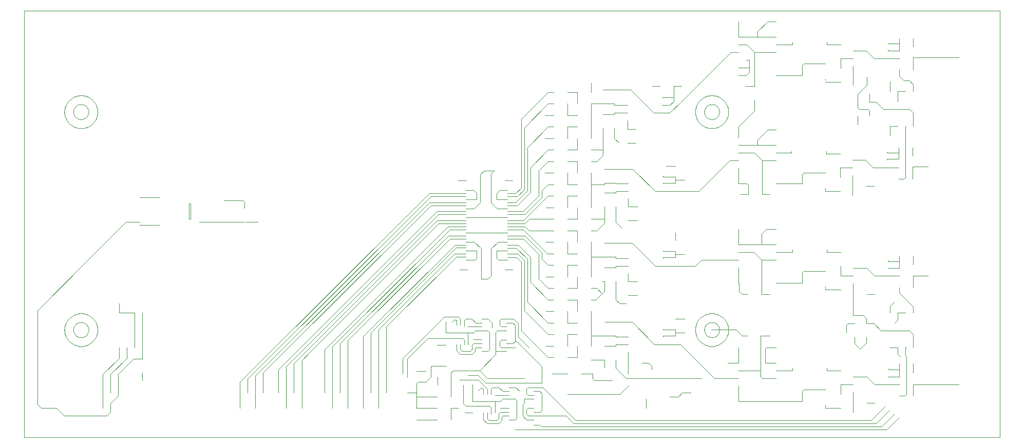
<source format=gtl>
*%FSLAX23Y23*%
*%MOIN*%
G01*
D11*
X13138Y6611D02*
Y9386D01*
X6806D02*
Y6611D01*
Y9386D02*
X13138D01*
Y6611D02*
X6806D01*
D14*
X11186Y8211D02*
X11386Y8411D01*
X11071Y8796D02*
X11391Y9116D01*
X11546Y8736D02*
X11441Y8631D01*
X11066Y7216D02*
X11286Y6996D01*
X9485Y8080D02*
X8456Y7050D01*
X10031Y7306D02*
X10206Y7131D01*
Y7281D02*
X10051Y7436D01*
X10071Y7491D02*
X10206Y7356D01*
Y7506D02*
X10091Y7621D01*
X10756Y8356D02*
X10901Y8211D01*
X10751Y7876D02*
X10901Y7726D01*
X10751Y7361D02*
X10896Y7216D01*
X10891Y8721D02*
X10741Y8871D01*
X10056Y7921D02*
X10166Y7811D01*
X10201Y7806D02*
X10046Y7961D01*
X10171Y6936D02*
X10366Y6741D01*
X9531Y7396D02*
X9261Y7126D01*
X9291Y7121D02*
X9426Y7256D01*
X9433Y8198D02*
X8206Y6971D01*
X8256Y6991D02*
X9443Y8178D01*
X9434Y8139D02*
X8306Y7011D01*
X8356Y7031D02*
X9444Y8119D01*
X9496Y8001D02*
X8656Y7161D01*
X8605Y7140D02*
X9486Y8021D01*
X9495Y8060D02*
X8556Y7121D01*
X8756Y7181D02*
X9556Y7981D01*
X9567Y7962D02*
X8806Y7201D01*
X8856Y7221D02*
X9557Y7922D01*
X9568Y7903D02*
X8906Y7241D01*
X9005Y7267D02*
X9601Y7863D01*
X9609Y7844D02*
X9056Y7291D01*
X9106Y7311D02*
X9599Y7804D01*
X9610Y7785D02*
X9156Y7331D01*
X10056Y8061D02*
X10166Y8171D01*
X10206Y8181D02*
X10046Y8021D01*
X10091Y8366D02*
X10206Y8481D01*
X10071Y8496D02*
X10206Y8631D01*
Y8781D02*
X10051Y8626D01*
X10031Y8681D02*
X10206Y8856D01*
X7421Y7126D02*
X7316Y7021D01*
X7366D02*
X7471Y7126D01*
X10111Y6691D02*
X10151D01*
X10036Y6661D02*
X9991D01*
X10036D02*
X10176D01*
X10011D02*
X9991D01*
X9876Y6721D02*
X9821D01*
X9911Y6751D02*
X9951D01*
X9886Y6701D02*
X9811D01*
X10076Y6751D02*
X10321D01*
X10331Y6681D02*
X10161D01*
X10176Y6661D02*
X10346D01*
X12406D01*
X12371Y6681D02*
X10331D01*
X10371Y6701D02*
X12336D01*
X12301Y6721D02*
X10386D01*
X11441Y6846D02*
X11856D01*
X9676Y6816D02*
X9671D01*
X12486Y6881D02*
X12521D01*
X12326Y6836D02*
X12276D01*
X12106Y6801D02*
X12006D01*
X9826Y6816D02*
X9676D01*
X9896Y6776D02*
X9951D01*
X12326Y6956D02*
X12411D01*
X12186D02*
X12106D01*
X10111Y6801D02*
X10076D01*
Y6886D02*
X10111D01*
X10076Y6936D02*
X10171D01*
X9951Y6886D02*
X9861D01*
X9846Y6936D02*
X9886D01*
X9911Y6911D02*
X9951D01*
X12016Y7046D02*
X12106D01*
X11791D02*
X11686D01*
X11441Y6996D02*
X11286D01*
X9751Y6986D02*
X9631D01*
X9636Y7151D02*
X9711D01*
X10206Y7131D02*
X10241D01*
X10331D02*
X10396D01*
X12411Y7056D02*
X12426D01*
X12411Y7006D02*
X12486D01*
X12276D02*
X12186D01*
X12431Y7051D02*
X12486D01*
X7571Y7011D02*
X7566D01*
X11626Y7196D02*
X11686D01*
X9501Y7256D02*
X9426D01*
X9901Y7196D02*
X9991D01*
X9936Y7331D02*
X9901D01*
X9776D02*
X9686D01*
X10191Y7206D02*
X10241D01*
X11006Y7216D02*
X11066D01*
X10241Y7281D02*
X10206D01*
X10331D02*
X10396D01*
X10646Y7266D02*
X10726D01*
X10646Y7271D02*
X10486D01*
X10896Y7216D02*
X10951D01*
Y7311D02*
X11031D01*
Y7271D02*
X10951D01*
X10726Y7216D02*
X10646D01*
Y7206D02*
X10571D01*
X12526Y7196D02*
X12531D01*
X11006Y7216D02*
X10951D01*
X12426Y7196D02*
X12476D01*
X9651Y7256D02*
X9501D01*
X9901Y7246D02*
X9936D01*
X9776Y7221D02*
X9721D01*
X9736Y7196D02*
X9776D01*
X9701Y7171D02*
X9646D01*
X9902Y7382D02*
X9936D01*
X9621Y7396D02*
X9531D01*
X9926Y7381D02*
X9981D01*
X10191Y7431D02*
X10241D01*
X10726Y7536D02*
X10786D01*
X10241Y7356D02*
X10206D01*
Y7506D02*
X10241D01*
X10331D02*
X10396D01*
Y7356D02*
X10331D01*
X10576Y7361D02*
X10751D01*
X12476Y7421D02*
X12526D01*
X9711Y7381D02*
X9671D01*
X9736Y7356D02*
X9776D01*
X7521Y7421D02*
X7421D01*
X11686Y7616D02*
X11856D01*
X11446D02*
X11441D01*
X10241Y7656D02*
X10191D01*
X12006Y7571D02*
X12106D01*
X12411Y7711D02*
X12486D01*
X10241Y7581D02*
X10206D01*
Y7731D02*
X10241D01*
X10331D02*
X10396D01*
Y7581D02*
X10331D01*
X10901Y7726D02*
X10951D01*
X10726D02*
X10646D01*
Y7716D02*
X10571D01*
X12186Y7711D02*
X12276D01*
X12326Y7661D02*
X12411D01*
X12186D02*
X12106D01*
X11161Y7726D02*
X10951D01*
X12016Y7816D02*
X12106D01*
X11791D02*
X11686D01*
X11441Y7766D02*
X11201D01*
X9670Y7922D02*
X9557D01*
X9568Y7903D02*
X9670D01*
X9671Y7863D02*
X9601D01*
X9609Y7844D02*
X9671D01*
Y7804D02*
X9599D01*
X10191Y7881D02*
X10241D01*
X9942Y7765D02*
X9881D01*
X12416Y7756D02*
X12486D01*
X10008Y7804D02*
X9941D01*
X9942Y7783D02*
X9999D01*
Y7843D02*
X9942D01*
Y7863D02*
X10009D01*
X10331Y7806D02*
X10396D01*
X10486Y7786D02*
X10646D01*
Y7776D02*
X10726D01*
X10751Y7876D02*
X10571D01*
X10951Y7781D02*
X11031D01*
Y7821D02*
X10951D01*
X10056Y7921D02*
X9941D01*
Y7901D02*
X10046D01*
X10201Y7806D02*
X10241D01*
X9731Y7765D02*
X9670D01*
X9671Y7785D02*
X9610D01*
X11621Y7966D02*
X11686D01*
X9670Y8119D02*
X9444D01*
X9496Y8001D02*
X9670D01*
Y8021D02*
X9486D01*
X9495Y8060D02*
X9670D01*
Y8080D02*
X9485D01*
X9556Y7981D02*
X9670D01*
Y7962D02*
X9567D01*
X10081Y7956D02*
X10241D01*
X10056Y7981D02*
X9941D01*
Y8001D02*
X10056D01*
X10086Y8031D02*
X10241D01*
X10046Y8081D02*
X9941D01*
Y8061D02*
X10056D01*
X10046Y8021D02*
X9941D01*
X9942Y8119D02*
X10006D01*
X10331Y8031D02*
X10396D01*
Y7956D02*
X10331D01*
X10046Y7961D02*
X9941D01*
X11441Y8261D02*
X11496D01*
X11186Y8211D02*
X11161D01*
X11686Y8261D02*
X11856D01*
X9670Y8198D02*
X9433D01*
X9443Y8178D02*
X9670D01*
Y8139D02*
X9434D01*
X12481Y8291D02*
X12516D01*
X9942Y8218D02*
X9891D01*
X12006Y8211D02*
X12101D01*
X10241Y8256D02*
X10206D01*
Y8181D02*
X10241D01*
X9996Y8139D02*
X9942D01*
Y8178D02*
X10006D01*
X9996Y8198D02*
X9942D01*
X10331Y8256D02*
X10396D01*
Y8181D02*
X10331D01*
X10486Y8256D02*
X10571D01*
Y8266D02*
X10646D01*
Y8261D02*
X10726D01*
X10901Y8211D02*
X10951D01*
X10726D02*
X10646D01*
Y8201D02*
X10571D01*
X10951Y8211D02*
X11096D01*
X11161D01*
X9721Y8218D02*
X9670D01*
X11686Y8461D02*
X11786D01*
X12011Y8456D02*
X12101D01*
X11441Y8411D02*
X11386D01*
X12316Y8366D02*
X12481D01*
X10241Y8331D02*
X10186D01*
X10206Y8406D02*
X10241D01*
Y8481D02*
X10206D01*
X10331D02*
X10396D01*
Y8406D02*
X10331D01*
X10571Y8356D02*
X10756D01*
X12101Y8366D02*
X12181D01*
Y8416D02*
X12236D01*
X12256D01*
X12266D01*
X12406Y8461D02*
X12481D01*
Y8421D02*
X12406D01*
X11686Y8611D02*
X11631D01*
X10241Y8631D02*
X10206D01*
X10331Y8706D02*
X10396D01*
Y8631D02*
X10331D01*
X10561Y8711D02*
X10636D01*
X12426Y8636D02*
X12476D01*
X10241Y8856D02*
X10206D01*
Y8781D02*
X10241D01*
X10331Y8856D02*
X10396D01*
X10561Y8871D02*
X10736D01*
X10741D01*
X10891Y8721D02*
X10946D01*
X10721Y8771D02*
X10636D01*
Y8781D02*
X10561D01*
X10636Y8721D02*
X10721D01*
X10561Y8781D02*
X10486D01*
X10946Y8721D02*
X10996D01*
X12476Y8861D02*
X12526D01*
X11511Y9016D02*
X11441D01*
X11491Y9066D02*
X11511D01*
X11491Y8966D02*
X11441D01*
X12516Y8931D02*
X12551D01*
X12106Y8921D02*
X12006D01*
X12106Y9076D02*
X12186D01*
X12321D02*
X12411D01*
X11791Y9166D02*
X11686D01*
X12016D02*
X12106D01*
X11441Y9116D02*
X11391D01*
X12411Y9171D02*
X12486D01*
X12271Y9126D02*
X12186D01*
X12411D02*
X12486D01*
X11686Y9316D02*
X11631D01*
X7421Y7196D02*
Y7126D01*
Y7421D02*
Y7481D01*
X7316Y7021D02*
Y6801D01*
X7366Y6901D02*
Y7021D01*
X7571Y7011D02*
Y7031D01*
X7521Y7196D02*
Y7421D01*
Y7311D02*
Y7196D01*
X7571Y7031D02*
Y6981D01*
X7471Y7126D02*
Y7196D01*
X8206Y6971D02*
Y6801D01*
X8256Y6901D02*
Y6991D01*
X8306Y7011D02*
Y6801D01*
X8356Y6901D02*
Y7031D01*
X8506Y7071D02*
Y6801D01*
X8556Y6902D02*
Y7091D01*
X8456Y7050D02*
Y6903D01*
X8506Y7071D02*
X8556Y7121D01*
Y7091D02*
X8605Y7140D01*
X8607Y7112D02*
Y6801D01*
X8756Y6901D02*
Y7181D01*
X8656Y7161D02*
X8607Y7112D01*
X8806Y7201D02*
Y6801D01*
X8856Y6901D02*
Y7221D01*
X8906Y7241D02*
Y6801D01*
X9005D02*
Y7267D01*
X9056Y7291D02*
Y6901D01*
X9106Y6801D02*
Y7311D01*
X9156Y7331D02*
Y6901D01*
X9291Y7001D02*
Y7121D01*
X9261Y7126D02*
Y7026D01*
X9356Y6726D02*
X9351Y6721D01*
X9656Y6831D02*
Y6951D01*
X9636Y7341D02*
Y7381D01*
X9741Y8158D02*
Y8198D01*
Y7824D02*
Y7775D01*
X9611Y7216D02*
Y7176D01*
X9661Y7216D02*
Y7246D01*
X9731Y7191D02*
Y7176D01*
Y7171D01*
X9711Y7181D02*
Y7211D01*
X9661Y7336D02*
Y7371D01*
X9636Y7216D02*
Y7181D01*
X9656Y6831D02*
X9671Y6816D01*
X9636Y7381D02*
X9621Y7396D01*
X9751Y6986D02*
X9811Y6926D01*
X9741Y8198D02*
X9721Y8218D01*
X9611Y7176D02*
X9636Y7151D01*
X9661Y7246D02*
X9651Y7256D01*
X9736Y7356D02*
X9711Y7381D01*
X9636Y7181D02*
X9646Y7171D01*
X9731Y7765D02*
X9741Y7775D01*
X9736Y7196D02*
X9731Y7191D01*
X9711Y7211D02*
X9721Y7221D01*
X9731Y7171D02*
X9711Y7151D01*
X9661Y7371D02*
X9671Y7381D01*
X9711Y7181D02*
X9701Y7171D01*
X9871Y8158D02*
Y8198D01*
Y7824D02*
Y7775D01*
X9811Y6771D02*
Y6731D01*
X9786Y6726D02*
Y6771D01*
X9811Y6891D02*
Y6926D01*
X9836Y6806D02*
Y6766D01*
Y6891D02*
Y6926D01*
X9886Y6766D02*
Y6731D01*
X9906Y6726D02*
Y6746D01*
Y6726D02*
Y6721D01*
X9891Y7206D02*
Y7236D01*
Y7341D02*
Y7371D01*
X9881Y7765D02*
X9871Y7775D01*
X9811Y6731D02*
X9821Y6721D01*
X9811Y6701D02*
X9786Y6726D01*
X9836Y6806D02*
X9826Y6816D01*
X9911Y6911D02*
X9886Y6936D01*
X9901Y7196D02*
X9891Y7206D01*
X9901Y7331D02*
X9891Y7341D01*
X9871Y8198D02*
X9891Y8218D01*
X9846Y6936D02*
X9836Y6926D01*
X9886Y6731D02*
X9876Y6721D01*
X9886Y6766D02*
X9896Y6776D01*
X9911Y6751D02*
X9906Y6746D01*
Y6721D02*
X9886Y6701D01*
X9891Y7236D02*
X9901Y7246D01*
X9891Y7371D02*
X9901Y7381D01*
X10011Y7351D02*
Y7266D01*
X10031Y7306D02*
Y7751D01*
X10051Y7761D02*
Y7436D01*
X10071Y7491D02*
Y7771D01*
X10091Y7781D02*
Y7621D01*
X10146Y8341D02*
Y8346D01*
Y8341D02*
Y8181D01*
X10166Y8171D02*
Y8216D01*
X10091Y8204D02*
Y8366D01*
X10071Y8371D02*
Y8214D01*
X10051Y8223D02*
Y8376D01*
X10031Y8386D02*
Y8233D01*
X10071Y8371D02*
Y8496D01*
X10051Y8376D02*
Y8626D01*
X10031Y8681D02*
Y8386D01*
X10146Y7801D02*
Y7641D01*
X10166Y7771D02*
Y7811D01*
X10066Y6791D02*
Y6761D01*
Y6896D02*
Y6926D01*
X10011Y7351D02*
X9981Y7381D01*
X10011Y7266D02*
X10081Y7196D01*
X10151Y6691D02*
X10161Y6681D01*
X10051Y7761D02*
X10008Y7804D01*
X9999Y7783D02*
X10001Y7781D01*
X10031Y7751D01*
X10071Y7771D02*
X9999Y7843D01*
X10011Y7861D02*
X10009Y7863D01*
X10011Y7861D02*
X10091Y7781D01*
X10146Y7641D02*
X10206Y7581D01*
Y7731D02*
X10166Y7771D01*
X10081Y7956D02*
X10056Y7981D01*
X10046Y7901D02*
X10146Y7801D01*
X10066Y6761D02*
X10076Y6751D01*
Y6886D02*
X10066Y6896D01*
X10056Y8001D02*
X10086Y8031D01*
X10146Y8346D02*
X10206Y8406D01*
X10146Y8181D02*
X10046Y8081D01*
X10166Y8216D02*
X10206Y8256D01*
X10091Y8204D02*
X10006Y8119D01*
X9996Y8139D02*
X10071Y8214D01*
X10051Y8223D02*
X10006Y8178D01*
X9996Y8198D02*
X10031Y8233D01*
X10076Y6801D02*
X10066Y6791D01*
Y6926D02*
X10076Y6936D01*
X10331Y8706D02*
Y8781D01*
Y8631D02*
Y8556D01*
Y8331D02*
Y8256D01*
Y8181D02*
Y8106D01*
Y7881D02*
Y7806D01*
Y7731D02*
Y7656D01*
Y7431D02*
Y7356D01*
Y7281D02*
Y7206D01*
X10321Y6751D02*
X10351Y6721D01*
X10371Y6701D01*
X10486Y8856D02*
Y8916D01*
X10396Y8856D02*
Y8781D01*
Y8556D02*
Y8481D01*
Y8406D02*
Y8331D01*
Y8106D02*
Y8031D01*
Y7956D02*
Y7881D01*
Y7656D02*
Y7581D01*
Y7506D02*
Y7431D01*
Y7206D02*
Y7131D01*
X10486Y8106D02*
Y8331D01*
Y7881D02*
Y7656D01*
Y7786D02*
Y7806D01*
Y7281D02*
Y7271D01*
Y8556D02*
Y8781D01*
Y7431D02*
Y7206D01*
X10366Y6741D02*
X10386Y6721D01*
X10571Y8256D02*
Y8266D01*
X10726Y8166D02*
Y8111D01*
X10646Y8201D02*
Y8211D01*
Y7786D02*
Y7776D01*
X10726Y7676D02*
Y7626D01*
X10646Y7716D02*
Y7726D01*
Y7271D02*
Y7266D01*
Y7216D02*
Y7206D01*
X10636Y8771D02*
Y8781D01*
Y8721D02*
Y8711D01*
X10951Y7781D02*
Y7776D01*
Y7821D02*
Y7826D01*
Y7316D02*
Y7311D01*
Y7271D02*
Y7266D01*
X11031Y7781D02*
Y7821D01*
Y7311D02*
Y7271D01*
X10996Y8721D02*
X11071Y8796D01*
X11201Y7766D02*
X11161Y7726D01*
X11441Y8261D02*
Y8361D01*
X11506Y8251D02*
Y8191D01*
X11511Y8986D02*
Y9066D01*
X11441Y9216D02*
Y9316D01*
Y8631D02*
Y8561D01*
X11446Y7616D02*
Y7561D01*
X11441Y7616D02*
Y7716D01*
Y6946D02*
Y6846D01*
Y7096D02*
Y7196D01*
X11506Y8251D02*
X11496Y8261D01*
X11491Y8966D02*
X11511Y8986D01*
X11566Y8546D02*
Y8511D01*
X11591Y7936D02*
Y7866D01*
X11616Y7186D02*
Y7096D01*
X11546Y8736D02*
Y8806D01*
X11566Y9216D02*
Y9251D01*
X11631Y8611D02*
X11566Y8546D01*
X11621Y7966D02*
X11591Y7936D01*
X11626Y7196D02*
X11616Y7186D01*
X11566Y9251D02*
X11631Y9316D01*
X11791Y9181D02*
Y9166D01*
X11786Y8471D02*
Y8461D01*
X11791Y7831D02*
Y7816D01*
Y7061D02*
Y7046D01*
X11856Y8261D02*
Y8281D01*
Y7641D02*
Y7616D01*
Y6871D02*
Y6846D01*
X12016Y9166D02*
Y9181D01*
X12011Y8471D02*
Y8456D01*
X12016Y7831D02*
Y7816D01*
Y7061D02*
Y7046D01*
X12006Y8936D02*
Y8941D01*
Y8231D02*
Y8211D01*
Y7591D02*
Y7571D01*
Y6821D02*
Y6801D01*
X12106Y9011D02*
Y9076D01*
X12101Y8366D02*
Y8301D01*
X12106Y7726D02*
Y7661D01*
Y6956D02*
Y6891D01*
X12186Y7541D02*
Y7611D01*
Y8951D02*
Y9026D01*
X12266Y8416D02*
X12316Y8366D01*
X12321Y9076D02*
X12271Y9126D01*
X12276Y7711D02*
X12326Y7661D01*
X12276Y7006D02*
X12326Y6956D01*
X12396Y6816D02*
X12301Y6721D01*
X12486Y7551D02*
Y7586D01*
Y8961D02*
Y9001D01*
X12426Y8636D02*
Y8576D01*
X12411Y9126D02*
Y9131D01*
X12486D02*
Y9171D01*
X12411D02*
Y9176D01*
X12406Y8421D02*
Y8416D01*
Y8461D02*
Y8466D01*
X12486Y7756D02*
Y7711D01*
Y7051D02*
Y7006D01*
X12476Y8796D02*
Y8861D01*
Y7421D02*
Y7376D01*
Y7196D02*
Y7151D01*
X12481Y8421D02*
Y8461D01*
X12486Y9126D02*
Y9151D01*
Y7551D02*
X12576Y7461D01*
X12516Y8931D02*
X12486Y8961D01*
X12411Y7761D02*
X12416Y7756D01*
X12426Y7056D02*
X12431Y7051D01*
X12491Y7136D02*
X12476Y7151D01*
X12516Y8291D02*
X12526Y8301D01*
X12476Y7376D02*
X12456Y7356D01*
X12486Y6741D02*
X12406Y6661D01*
X12371Y6681D02*
X12456Y6766D01*
X12426Y6791D02*
X12336Y6701D01*
X12531Y6891D02*
Y7136D01*
X12526Y7141D02*
Y7196D01*
X12576Y6956D02*
Y6881D01*
Y7421D02*
Y7461D01*
Y7586D02*
Y7661D01*
X12526Y8301D02*
Y8636D01*
X12571Y8366D02*
Y8291D01*
X12576Y8861D02*
Y8906D01*
Y9001D02*
Y9081D01*
X12526Y7141D02*
X12531Y7136D01*
X12576Y8906D02*
X12551Y8931D01*
X12531Y6891D02*
X12521Y6881D01*
X12571Y8366D02*
X12576Y8371D01*
D15*
X9421Y6726D02*
X9356D01*
X9421D02*
X9486D01*
X9666Y6771D02*
X9716D01*
X9951Y6936D02*
X9996D01*
X9778Y6932D02*
X9767D01*
X9894Y6803D02*
X9951D01*
X11866Y6921D02*
X11931D01*
X12006D01*
X11131Y6901D02*
X11076D01*
X11051Y6876D02*
X10996D01*
X10621Y6981D02*
X10506D01*
X10496Y7026D02*
X10421D01*
X11616Y7096D02*
X11686D01*
X11441D02*
X11371D01*
X9411Y7041D02*
X9351D01*
X10486Y7116D02*
X10571D01*
X10816Y7096D02*
X10859D01*
X11266Y7311D02*
X11426D01*
X11466Y7271D02*
X11501D01*
X9541Y7211D02*
X9486D01*
X9721Y7248D02*
X9776D01*
X12276Y7541D02*
X12326D01*
X11501D02*
X11466D01*
X11091Y7381D02*
X11031D01*
X10516Y7506D02*
X10486D01*
X9606Y7376D02*
X9596D01*
X9776Y7381D02*
X9816D01*
X9926Y7701D02*
X9976D01*
X11866Y7691D02*
X11931D01*
X12006D01*
X10521Y7581D02*
X10486D01*
X10556Y7626D02*
X10571D01*
X9816Y7641D02*
X9771D01*
X9681Y7701D02*
X9631D01*
X11441Y7866D02*
X11686D01*
X9942Y7824D02*
X9871D01*
X9881Y7883D02*
X9942D01*
X9741Y7824D02*
X9670D01*
Y7883D02*
X9726D01*
X10726Y8021D02*
X10786D01*
X10241Y8106D02*
X10191D01*
X9941Y8041D02*
X9671D01*
Y7941D02*
X9941D01*
X10486Y7956D02*
X10521D01*
X10486Y8031D02*
X10571D01*
X9942Y8099D02*
X9876D01*
X9726D02*
X9670D01*
X11456Y8191D02*
X11506D01*
X9676Y8281D02*
X9621D01*
X7681Y8171D02*
X7556D01*
X9871Y8158D02*
X9941D01*
X12271Y8246D02*
X12321D01*
X9976Y8281D02*
X9926D01*
X9741Y8158D02*
X9670D01*
X8171Y8151D02*
X8101D01*
X8171D02*
X8226D01*
X11441Y8511D02*
X11686D01*
X11031Y8375D02*
X10971D01*
X11866Y8331D02*
X12006D01*
X10521Y8406D02*
X10486D01*
Y8481D02*
X10561D01*
X9856Y8346D02*
X9791D01*
X10186Y8556D02*
X10241D01*
Y8706D02*
X10186D01*
X10721Y8526D02*
X10776D01*
X10881Y8896D02*
X10931D01*
X12226Y8746D02*
X12281D01*
X11856Y8966D02*
X11686D01*
X11866Y9041D02*
X12006D01*
X11686Y9216D02*
X11441D01*
X8236Y8141D02*
Y8101D01*
Y8141D02*
X8226Y8151D01*
X9487Y7006D02*
Y6951D01*
X9581Y7361D02*
X9596Y7376D01*
X9771Y7641D02*
Y7838D01*
X9766Y8139D02*
Y8321D01*
X9611Y7371D02*
Y7341D01*
X9771Y7838D02*
X9726Y7883D01*
X9606Y7376D02*
X9611Y7371D01*
X9767Y6932D02*
X9751Y6916D01*
X9766Y8321D02*
X9791Y8346D01*
X9766Y8139D02*
X9726Y8099D01*
X9784Y6926D02*
Y6893D01*
X9836Y7661D02*
Y7838D01*
Y8139D02*
Y8326D01*
X9841Y7356D02*
Y7326D01*
X9778Y6932D02*
X9784Y6926D01*
X9876Y8099D02*
X9836Y8139D01*
X9816Y7381D02*
X9841Y7356D01*
X9836Y8326D02*
X9856Y8346D01*
X9881Y7883D02*
X9836Y7838D01*
Y7661D02*
X9816Y7641D01*
X9996Y6936D02*
X10021Y6911D01*
X10496Y6991D02*
Y7026D01*
X10486Y8856D02*
Y8916D01*
X10496Y6991D02*
X10506Y6981D01*
X10556Y7546D02*
X10521Y7581D01*
Y8406D02*
X10561Y8446D01*
X10571Y8006D02*
X10521Y7956D01*
X10571Y7561D02*
X10556Y7546D01*
X10516Y7506D01*
X10561Y8446D02*
Y8481D01*
Y8621D01*
X10571Y8031D02*
Y8006D01*
Y8031D02*
Y8111D01*
Y7116D02*
Y7066D01*
Y7561D02*
Y7626D01*
X10879Y7076D02*
Y7051D01*
Y7076D02*
X10859Y7096D01*
X11031Y7891D02*
Y7941D01*
X11076Y6901D02*
X11051Y6876D01*
X11441Y7866D02*
Y7966D01*
X11446Y7561D02*
X11466Y7541D01*
X11426Y7311D02*
X11466Y7271D01*
X11546Y8756D02*
Y8806D01*
X11856Y8966D02*
Y8991D01*
Y9031D01*
Y8321D02*
Y8281D01*
Y7681D02*
Y7641D01*
Y6911D02*
Y6871D01*
Y6896D01*
Y9031D02*
X11866Y9041D01*
Y8331D02*
X11856Y8321D01*
X11866Y7691D02*
X11856Y7681D01*
X11866Y6921D02*
X11856Y6911D01*
X12216Y8791D02*
Y8841D01*
X12276Y8901D02*
Y8956D01*
X12216Y8791D02*
Y8756D01*
X12291Y8736D02*
Y8701D01*
X12196Y7261D02*
Y7221D01*
X12271Y7226D02*
Y7261D01*
X12226Y8746D02*
X12216Y8756D01*
X12281Y8746D02*
X12291Y8736D01*
X12196Y7221D02*
X12231Y7186D01*
X12216Y8841D02*
X12276Y8901D01*
X12271Y7226D02*
X12231Y7186D01*
X12576Y9151D02*
Y9206D01*
X12571Y8496D02*
Y8441D01*
X12576Y7791D02*
Y7736D01*
Y7091D02*
Y7031D01*
D16*
X10166Y7071D02*
X10001Y7236D01*
X9866Y7151D02*
X9761Y7046D01*
X9951Y6726D02*
X9991D01*
X10066D02*
X10111D01*
X7341Y6751D02*
X7066D01*
X9576Y6801D02*
X9626D01*
X9486Y6876D02*
X9351D01*
X9716Y6846D02*
X9896D01*
X9911Y6861D02*
X9991D01*
X10111Y6911D02*
X10151D01*
X10156Y6776D02*
X10111D01*
Y6861D02*
X10051D01*
X9486Y6801D02*
X9351D01*
X10711Y6996D02*
X10841D01*
X11441Y7046D02*
X11586D01*
X11596Y6996D02*
X11686D01*
X9751Y7016D02*
X9686D01*
X9761Y7046D02*
X9591D01*
X9541Y7076D02*
X9451D01*
X9541D02*
X9546D01*
X9811Y6996D02*
X10051D01*
X10166Y6966D02*
X9801D01*
X9411Y6971D02*
X9361D01*
X7571Y7121D02*
X7516D01*
X11586Y7271D02*
X11646D01*
X9891Y7171D02*
X9866D01*
X11031Y7291D02*
X11091D01*
X12366Y7306D02*
X12551D01*
X9721Y7291D02*
X9541D01*
X9736Y7306D02*
X9816D01*
X9876D02*
X9936D01*
Y7221D02*
X9976D01*
X9816Y7171D02*
X9776D01*
X9891D02*
X9936D01*
X9991Y7236D02*
X10001D01*
X11591Y7541D02*
X11646D01*
X10711Y7481D02*
X10671D01*
X12271Y7351D02*
X12321D01*
X12251Y7406D02*
X12186D01*
X12196Y7351D02*
X12151D01*
X9976Y7356D02*
X9936D01*
X10726Y7626D02*
X10786D01*
X11441Y7816D02*
X11541D01*
X11591Y7766D02*
X11686D01*
X11091Y7801D02*
X11031D01*
X10786Y8111D02*
X10726D01*
X11596Y8191D02*
X11646D01*
X11091Y8286D02*
X11031D01*
Y8306D02*
X10951D01*
Y8266D02*
X11031D01*
X11441Y8461D02*
X11546D01*
X11596Y8411D02*
X11686D01*
X10776Y8616D02*
X10721D01*
X11516Y8896D02*
X11546D01*
X11516D02*
X11486D01*
X11071D02*
X11021D01*
X12381Y8746D02*
X12551D01*
X12336Y8791D02*
X12291D01*
X11021Y8821D02*
X10946D01*
Y8771D02*
X10996D01*
X11441Y9166D02*
X11496D01*
X11546Y9116D02*
X11686D01*
X7066Y6751D02*
X7016Y6801D01*
X7366Y6776D02*
Y6831D01*
X7416Y6881D02*
Y7021D01*
X7366Y6776D02*
X7341Y6751D01*
X7366Y6831D02*
X7416Y6881D01*
Y7021D02*
X7516Y7121D01*
X7571D02*
Y7421D01*
X9351Y6811D02*
Y6806D01*
Y6801D01*
Y6811D02*
Y6901D01*
Y6961D01*
X9361Y6971D01*
X9541Y7291D02*
Y7361D01*
X9576Y7031D02*
Y6951D01*
Y6876D01*
Y6801D02*
Y6726D01*
X9446Y7006D02*
Y7071D01*
X9576Y7031D02*
X9591Y7046D01*
X9446Y7006D02*
X9411Y6971D01*
X9446Y7071D02*
X9451Y7076D01*
X9716Y6956D02*
Y6846D01*
X9686Y7216D02*
Y7291D01*
X9751Y7016D02*
X9801Y6966D01*
X9811Y6996D02*
X9761Y7046D01*
X9721Y7291D02*
X9726Y7296D01*
X9736Y7306D01*
X9866Y7171D02*
Y7151D01*
Y7171D02*
Y7276D01*
Y7296D01*
X9861Y6846D02*
Y6771D01*
X9826Y7181D02*
Y7296D01*
X9816Y7306D01*
X9866Y7296D02*
X9876Y7306D01*
X9901Y6851D02*
X9896Y6846D01*
X9901Y6851D02*
X9911Y6861D01*
X9816Y7171D02*
X9826Y7181D01*
X9991Y7236D02*
Y7341D01*
X10001Y6851D02*
Y6736D01*
X10041Y6751D02*
Y6826D01*
X10166Y6786D02*
Y6896D01*
X10051Y6861D02*
Y6836D01*
X10166Y6966D02*
Y7071D01*
X9991Y7341D02*
X9976Y7356D01*
X9991Y6861D02*
X10001Y6851D01*
X10041Y6751D02*
X10066Y6726D01*
X10166Y6896D02*
X10151Y6911D01*
X10001Y6736D02*
X9991Y6726D01*
X10041Y6826D02*
X10051Y6836D01*
X10156Y6776D02*
X10166Y6786D01*
X9976Y7221D02*
X9991Y7236D01*
X10646Y7116D02*
Y7061D01*
X10636Y8556D02*
Y8621D01*
X10646Y8111D02*
Y8011D01*
Y7626D02*
Y7506D01*
X10721Y8616D02*
Y8671D01*
X10726Y8161D02*
Y8111D01*
Y7676D02*
Y7626D01*
Y7166D02*
Y7026D01*
X10711Y6996D02*
X10646Y7061D01*
X10664Y8528D02*
X10636Y8556D01*
X10646Y8011D02*
X10686Y7971D01*
X10646Y7506D02*
X10671Y7481D01*
X10951Y8261D02*
Y8266D01*
Y8306D02*
Y8311D01*
X11031Y8306D02*
Y8266D01*
X11021Y8796D02*
Y8896D01*
Y8796D02*
X10996Y8771D01*
X11496Y9166D02*
X11546Y9116D01*
X11586Y7271D02*
Y7046D01*
Y7006D01*
X11591Y7541D02*
Y7766D01*
X11596Y8191D02*
Y8411D01*
X11546Y8896D02*
Y8946D01*
Y9116D01*
X11586Y7006D02*
X11596Y6996D01*
X11591Y7766D02*
X11541Y7816D01*
X11596Y8411D02*
X11546Y8461D01*
X12186Y8901D02*
Y9026D01*
X12216Y8701D02*
Y8646D01*
X12186Y6906D02*
Y6776D01*
X12271Y7351D02*
Y7386D01*
X12186Y7406D02*
Y7541D01*
X12181Y8186D02*
Y8316D01*
X12291Y8791D02*
Y8846D01*
X12141Y7341D02*
Y7291D01*
X12321Y7351D02*
X12366Y7306D01*
X12271Y7386D02*
X12251Y7406D01*
X12151Y7351D02*
X12141Y7341D01*
X12486Y9151D02*
Y9206D01*
X12481Y8496D02*
Y8441D01*
X12486Y7791D02*
Y7736D01*
X12426Y8861D02*
Y8926D01*
Y7466D02*
Y7421D01*
X12486Y7091D02*
Y7031D01*
X12381Y8746D02*
X12336Y8791D01*
X12456Y7496D02*
X12426Y7466D01*
X12576Y7241D02*
Y7196D01*
Y7241D02*
Y7281D01*
Y8636D02*
Y8721D01*
X12551Y7306D02*
X12576Y7281D01*
Y8721D02*
X12551Y8746D01*
D17*
X12576Y6956D02*
X12871D01*
X12486D02*
X12411D01*
X12576Y7661D02*
X12671D01*
X12486D02*
X12411D01*
X12406Y8366D02*
X12481D01*
X12576Y8371D02*
X12671D01*
X12486Y9076D02*
X12411D01*
X12576Y9081D02*
X12671D01*
X12576D02*
X12871D01*
D18*
X12426Y8636D02*
D03*
Y7196D02*
D03*
X7571Y7421D02*
D03*
D20*
X6916Y6801D02*
X6891Y6826D01*
X10671Y6891D02*
X10731Y6951D01*
X7466Y8011D02*
X7216Y7761D01*
X6891Y7436D01*
X6916Y6801D02*
X7016D01*
X10331Y6891D02*
X10671D01*
X9351Y6901D02*
X9291D01*
X10841Y6996D02*
X11201D01*
X10331Y7026D02*
X10231D01*
X7681Y7991D02*
X7626D01*
X7556D01*
X8246Y8011D02*
X8321D01*
X7556D02*
X7466D01*
X6891Y7281D02*
Y6826D01*
Y7281D02*
Y7436D01*
X10841Y6861D02*
Y6801D01*
X12576Y7091D02*
D03*
Y9206D02*
D03*
X12571Y8496D02*
D03*
X12576Y7791D02*
D03*
X12326Y7541D02*
D03*
Y6836D02*
D03*
X12456Y7496D02*
D03*
Y7356D02*
D03*
X12396Y6816D02*
D03*
X12426Y6791D02*
D03*
X12456Y6766D02*
D03*
X12486Y6741D02*
D03*
Y7091D02*
D03*
X12491Y7136D02*
D03*
X12481Y8496D02*
D03*
X12486Y7791D02*
D03*
X12426Y8576D02*
D03*
Y8926D02*
D03*
X12476Y8796D02*
D03*
X12486Y9206D02*
D03*
X12186Y8901D02*
D03*
X12231Y7186D02*
D03*
X12186Y7406D02*
D03*
X12141Y7291D02*
D03*
X12276Y8901D02*
D03*
X12321Y8246D02*
D03*
X12181Y8186D02*
D03*
X12291Y8846D02*
D03*
X12216Y8646D02*
D03*
X12186Y6776D02*
D03*
X11931Y9041D02*
D03*
Y7691D02*
D03*
Y6921D02*
D03*
Y8331D02*
D03*
X11591Y7867D02*
D03*
X11566Y9216D02*
D03*
X11546Y8756D02*
D03*
X11646Y7541D02*
D03*
X11566Y8511D02*
D03*
X11646Y8191D02*
D03*
Y7271D02*
D03*
X11616Y7096D02*
D03*
X11486Y8896D02*
D03*
X11446Y7561D02*
D03*
X11456Y8191D02*
D03*
X11371Y7096D02*
D03*
X11511Y9066D02*
D03*
X11201Y6996D02*
D03*
X11031Y7941D02*
D03*
X11091Y7381D02*
D03*
X11076Y6901D02*
D03*
X11091Y7291D02*
D03*
X11071Y8896D02*
D03*
X10971Y8375D02*
D03*
X11091Y8286D02*
D03*
Y7801D02*
D03*
X10786Y7536D02*
D03*
X10841Y6801D02*
D03*
X10786Y7626D02*
D03*
X10881Y8896D02*
D03*
X10776Y8526D02*
D03*
X10786Y8021D02*
D03*
X10776Y8616D02*
D03*
X10786Y8111D02*
D03*
X10879Y7051D02*
D03*
X10571Y8031D02*
D03*
Y7066D02*
D03*
X10711Y7481D02*
D03*
X10731Y6951D02*
D03*
X10726Y7026D02*
D03*
X10561Y8481D02*
D03*
X10664Y8528D02*
D03*
X10686Y7971D02*
D03*
X10556Y7546D02*
D03*
X10486Y8916D02*
D03*
X10421Y7026D02*
D03*
X10191Y7656D02*
D03*
Y7206D02*
D03*
Y7431D02*
D03*
X10231Y7026D02*
D03*
X10186Y8556D02*
D03*
X10191Y8106D02*
D03*
X10186Y8331D02*
D03*
X10191Y7881D02*
D03*
X10186Y8706D02*
D03*
X10081Y7196D02*
D03*
X10111Y6691D02*
D03*
X10021Y6911D02*
D03*
X9991Y6661D02*
D03*
Y7196D02*
D03*
X9976Y7701D02*
D03*
X10051Y6996D02*
D03*
X10166Y6966D02*
D03*
Y6861D02*
D03*
X10051D02*
D03*
X9976Y8281D02*
D03*
X9841Y7326D02*
D03*
X9894Y6803D02*
D03*
X9861Y8041D02*
D03*
X9806Y7941D02*
D03*
X9871Y8158D02*
D03*
Y7824D02*
D03*
X9856Y8346D02*
D03*
X9626Y6801D02*
D03*
X9686Y7016D02*
D03*
X9631Y6986D02*
D03*
X9656Y6951D02*
D03*
X9662Y6771D02*
D03*
X9751Y6916D02*
D03*
X9716Y6956D02*
D03*
X9721Y7248D02*
D03*
X9771Y7642D02*
D03*
X9631Y7701D02*
D03*
X9621Y8281D02*
D03*
X9741Y8158D02*
D03*
Y7824D02*
D03*
X9541Y7361D02*
D03*
X9411Y7041D02*
D03*
X9541Y7076D02*
D03*
X9581Y7361D02*
D03*
X9486Y7211D02*
D03*
X9487Y7006D02*
D03*
X9421Y6726D02*
D03*
X9291Y7001D02*
D03*
X9261Y7026D02*
D03*
X9291Y6901D02*
D03*
X8321Y8011D02*
D03*
X8171Y8151D02*
D03*
X7626Y8171D02*
D03*
X7571Y6981D02*
D03*
X7421Y7481D02*
D03*
D22*
X7941Y8011D02*
X8236D01*
D29*
X11160Y8727D02*
X11162D01*
X11160D02*
X11161Y8715D01*
X11163Y8702D01*
X11167Y8690D01*
X11172Y8679D01*
X11178Y8668D01*
X11186Y8658D01*
X11194Y8649D01*
X11204Y8641D01*
X11214Y8634D01*
X11225Y8628D01*
X11237Y8624D01*
X11249Y8621D01*
X11262Y8620D01*
X11274D01*
X11287Y8621D01*
X11299Y8624D01*
X11311Y8628D01*
X11322Y8634D01*
X11332Y8641D01*
X11342Y8649D01*
X11350Y8658D01*
X11358Y8668D01*
X11364Y8679D01*
X11369Y8690D01*
X11373Y8702D01*
X11375Y8715D01*
X11376Y8727D01*
X11376D01*
X11376D02*
X11375Y8739D01*
X11373Y8752D01*
X11369Y8764D01*
X11364Y8775D01*
X11358Y8786D01*
X11350Y8796D01*
X11342Y8805D01*
X11332Y8813D01*
X11322Y8820D01*
X11311Y8826D01*
X11299Y8830D01*
X11287Y8833D01*
X11274Y8834D01*
X11262D01*
X11249Y8833D01*
X11237Y8830D01*
X11225Y8826D01*
X11214Y8820D01*
X11204Y8813D01*
X11194Y8805D01*
X11186Y8796D01*
X11178Y8786D01*
X11172Y8775D01*
X11167Y8764D01*
X11163Y8752D01*
X11161Y8739D01*
X11160Y8727D01*
X11218D02*
X11220D01*
X11218D02*
X11220Y8717D01*
X11223Y8707D01*
X11228Y8698D01*
X11235Y8690D01*
X11243Y8684D01*
X11253Y8680D01*
X11263Y8678D01*
X11273D01*
X11283Y8680D01*
X11293Y8684D01*
X11301Y8690D01*
X11308Y8698D01*
X11313Y8707D01*
X11316Y8717D01*
X11318Y8727D01*
X11318D01*
X11318D02*
X11316Y8737D01*
X11313Y8747D01*
X11308Y8756D01*
X11301Y8764D01*
X11293Y8770D01*
X11283Y8774D01*
X11273Y8776D01*
X11263D01*
X11253Y8774D01*
X11243Y8770D01*
X11235Y8764D01*
X11228Y8756D01*
X11223Y8747D01*
X11220Y8737D01*
X11218Y8727D01*
X11268D02*
D03*
X11160Y7310D02*
X11162D01*
X11160D02*
X11161Y7298D01*
X11163Y7285D01*
X11167Y7273D01*
X11172Y7262D01*
X11178Y7251D01*
X11186Y7241D01*
X11194Y7232D01*
X11204Y7224D01*
X11214Y7217D01*
X11225Y7211D01*
X11237Y7207D01*
X11249Y7204D01*
X11262Y7203D01*
X11274D01*
X11287Y7204D01*
X11299Y7207D01*
X11311Y7211D01*
X11322Y7217D01*
X11332Y7224D01*
X11342Y7232D01*
X11350Y7241D01*
X11358Y7251D01*
X11364Y7262D01*
X11369Y7273D01*
X11373Y7285D01*
X11375Y7298D01*
X11376Y7310D01*
X11376D01*
X11376D02*
X11375Y7322D01*
X11373Y7335D01*
X11369Y7347D01*
X11364Y7358D01*
X11358Y7369D01*
X11350Y7379D01*
X11342Y7388D01*
X11332Y7396D01*
X11322Y7403D01*
X11311Y7409D01*
X11299Y7413D01*
X11287Y7416D01*
X11274Y7417D01*
X11262D01*
X11249Y7416D01*
X11237Y7413D01*
X11225Y7409D01*
X11214Y7403D01*
X11204Y7396D01*
X11194Y7388D01*
X11186Y7379D01*
X11178Y7369D01*
X11172Y7358D01*
X11167Y7347D01*
X11163Y7335D01*
X11161Y7322D01*
X11160Y7310D01*
X11218D02*
X11220D01*
X11218D02*
X11220Y7300D01*
X11223Y7290D01*
X11228Y7281D01*
X11235Y7273D01*
X11243Y7267D01*
X11253Y7263D01*
X11263Y7261D01*
X11273D01*
X11283Y7263D01*
X11293Y7267D01*
X11301Y7273D01*
X11308Y7281D01*
X11313Y7290D01*
X11316Y7300D01*
X11318Y7310D01*
X11318D01*
X11318D02*
X11316Y7320D01*
X11313Y7330D01*
X11308Y7339D01*
X11301Y7347D01*
X11293Y7353D01*
X11283Y7357D01*
X11273Y7359D01*
X11263D01*
X11253Y7357D01*
X11243Y7353D01*
X11235Y7347D01*
X11228Y7339D01*
X11223Y7330D01*
X11220Y7320D01*
X11218Y7310D01*
X11268D02*
D03*
X7066Y8727D02*
X7068D01*
X7066D02*
X7067Y8715D01*
X7069Y8702D01*
X7073Y8690D01*
X7078Y8679D01*
X7084Y8668D01*
X7092Y8658D01*
X7100Y8649D01*
X7110Y8641D01*
X7120Y8634D01*
X7131Y8628D01*
X7143Y8624D01*
X7155Y8621D01*
X7168Y8620D01*
X7180D01*
X7193Y8621D01*
X7205Y8624D01*
X7217Y8628D01*
X7228Y8634D01*
X7238Y8641D01*
X7248Y8649D01*
X7256Y8658D01*
X7264Y8668D01*
X7270Y8679D01*
X7275Y8690D01*
X7279Y8702D01*
X7281Y8715D01*
X7282Y8727D01*
X7282D01*
X7282D02*
X7281Y8739D01*
X7279Y8752D01*
X7275Y8764D01*
X7270Y8775D01*
X7264Y8786D01*
X7256Y8796D01*
X7248Y8805D01*
X7238Y8813D01*
X7228Y8820D01*
X7217Y8826D01*
X7205Y8830D01*
X7193Y8833D01*
X7180Y8834D01*
X7168D01*
X7155Y8833D01*
X7143Y8830D01*
X7131Y8826D01*
X7120Y8820D01*
X7110Y8813D01*
X7100Y8805D01*
X7092Y8796D01*
X7084Y8786D01*
X7078Y8775D01*
X7073Y8764D01*
X7069Y8752D01*
X7067Y8739D01*
X7066Y8727D01*
X7124D02*
X7126D01*
X7124D02*
X7126Y8717D01*
X7129Y8707D01*
X7134Y8698D01*
X7141Y8690D01*
X7149Y8684D01*
X7159Y8680D01*
X7169Y8678D01*
X7179D01*
X7189Y8680D01*
X7199Y8684D01*
X7207Y8690D01*
X7214Y8698D01*
X7219Y8707D01*
X7222Y8717D01*
X7224Y8727D01*
X7224D01*
X7224D02*
X7222Y8737D01*
X7219Y8747D01*
X7214Y8756D01*
X7207Y8764D01*
X7199Y8770D01*
X7189Y8774D01*
X7179Y8776D01*
X7169D01*
X7159Y8774D01*
X7149Y8770D01*
X7141Y8764D01*
X7134Y8756D01*
X7129Y8747D01*
X7126Y8737D01*
X7124Y8727D01*
X7174D02*
D03*
X7066Y7310D02*
X7068D01*
X7066D02*
X7067Y7298D01*
X7069Y7285D01*
X7073Y7273D01*
X7078Y7262D01*
X7084Y7251D01*
X7092Y7241D01*
X7100Y7232D01*
X7110Y7224D01*
X7120Y7217D01*
X7131Y7211D01*
X7143Y7207D01*
X7155Y7204D01*
X7168Y7203D01*
X7180D01*
X7193Y7204D01*
X7205Y7207D01*
X7217Y7211D01*
X7228Y7217D01*
X7238Y7224D01*
X7248Y7232D01*
X7256Y7241D01*
X7264Y7251D01*
X7270Y7262D01*
X7275Y7273D01*
X7279Y7285D01*
X7281Y7298D01*
X7282Y7310D01*
X7282D01*
X7282D02*
X7281Y7322D01*
X7279Y7335D01*
X7275Y7347D01*
X7270Y7358D01*
X7264Y7369D01*
X7256Y7379D01*
X7248Y7388D01*
X7238Y7396D01*
X7228Y7403D01*
X7217Y7409D01*
X7205Y7413D01*
X7193Y7416D01*
X7180Y7417D01*
X7168D01*
X7155Y7416D01*
X7143Y7413D01*
X7131Y7409D01*
X7120Y7403D01*
X7110Y7396D01*
X7100Y7388D01*
X7092Y7379D01*
X7084Y7369D01*
X7078Y7358D01*
X7073Y7347D01*
X7069Y7335D01*
X7067Y7322D01*
X7066Y7310D01*
X7124D02*
X7126D01*
X7124D02*
X7126Y7300D01*
X7129Y7290D01*
X7134Y7281D01*
X7141Y7273D01*
X7149Y7267D01*
X7159Y7263D01*
X7169Y7261D01*
X7179D01*
X7189Y7263D01*
X7199Y7267D01*
X7207Y7273D01*
X7214Y7281D01*
X7219Y7290D01*
X7222Y7300D01*
X7224Y7310D01*
X7224D01*
X7224D02*
X7222Y7320D01*
X7219Y7330D01*
X7214Y7339D01*
X7207Y7347D01*
X7199Y7353D01*
X7189Y7357D01*
X7179Y7359D01*
X7169D01*
X7159Y7357D01*
X7149Y7353D01*
X7141Y7347D01*
X7134Y7339D01*
X7129Y7330D01*
X7126Y7320D01*
X7124Y7310D01*
X7174D02*
D03*
D30*
X8606Y6801D02*
D03*
X8206D02*
D03*
X9156Y6901D02*
D03*
X9106Y6801D02*
D03*
X9056Y6901D02*
D03*
X9006Y6801D02*
D03*
X8956Y6901D02*
D03*
X8906Y6801D02*
D03*
X8856Y6901D02*
D03*
X8806Y6801D02*
D03*
X8756Y6901D02*
D03*
X8706Y6801D02*
D03*
X8656Y6901D02*
D03*
X8556D02*
D03*
X8506Y6801D02*
D03*
X8456Y6901D02*
D03*
X8406Y6801D02*
D03*
X8356Y6901D02*
D03*
X8306Y6801D02*
D03*
X8256Y6901D02*
D03*
X7416Y6801D02*
D03*
X7016D02*
D03*
X7966Y6901D02*
D03*
X7916Y6801D02*
D03*
X7866Y6901D02*
D03*
X7816Y6801D02*
D03*
X7766Y6901D02*
D03*
X7716Y6801D02*
D03*
X7666Y6901D02*
D03*
X7616Y6801D02*
D03*
X7566Y6901D02*
D03*
X7516Y6801D02*
D03*
X7466Y6901D02*
D03*
X7366D02*
D03*
X7316Y6801D02*
D03*
X7266Y6901D02*
D03*
X7216Y6801D02*
D03*
X7166Y6901D02*
D03*
X7116Y6801D02*
D03*
X7066Y6901D02*
D03*
D32*
X12186Y9176D02*
D03*
X12181Y8466D02*
D03*
X12186Y7761D02*
D03*
Y7056D02*
D03*
X10726Y8311D02*
D03*
Y7826D02*
D03*
X10721Y8821D02*
D03*
X10726Y7316D02*
D03*
D33*
X12672Y7764D02*
D03*
Y7664D02*
D03*
Y8373D02*
D03*
Y8473D02*
D03*
Y9182D02*
D03*
Y9082D02*
D03*
Y6955D02*
D03*
Y7055D02*
D03*
D36*
X12872Y9080D02*
D03*
Y6955D02*
D03*
X8150Y6873D02*
D03*
X6960D02*
D03*
D39*
X12971Y8981D02*
D03*
X12773D02*
D03*
Y9179D02*
D03*
X12971D02*
D03*
Y7054D02*
D03*
X12773D02*
D03*
Y6856D02*
D03*
X12971D02*
D03*
D45*
X12872Y9282D02*
D03*
D47*
Y7464D02*
D03*
Y7864D02*
D03*
Y8573D02*
D03*
Y8173D02*
D03*
Y8882D02*
D03*
Y7155D02*
D03*
Y6755D02*
D03*
D51*
X9609Y7337D02*
D03*
X9686D02*
D03*
X9660D02*
D03*
X9686Y7213D02*
D03*
X9660D02*
D03*
X9635D02*
D03*
X9609D02*
D03*
X9635Y7337D02*
D03*
X9784Y6892D02*
D03*
X9861D02*
D03*
X9835D02*
D03*
X9861Y6768D02*
D03*
X9835D02*
D03*
X9810D02*
D03*
X9784D02*
D03*
X9810Y6892D02*
D03*
D53*
X12426Y8860D02*
D03*
X12476Y8636D02*
D03*
X12526D02*
D03*
X12576D02*
D03*
Y8860D02*
D03*
X12526D02*
D03*
X12476D02*
D03*
X12426Y7420D02*
D03*
X12476Y7196D02*
D03*
X12526D02*
D03*
X12576D02*
D03*
Y7420D02*
D03*
X12526D02*
D03*
X12476D02*
D03*
X7571Y7197D02*
D03*
X7521Y7421D02*
D03*
X7471D02*
D03*
X7421D02*
D03*
Y7197D02*
D03*
X7471D02*
D03*
X7521D02*
D03*
D56*
X12576Y9076D02*
D03*
X12486D02*
D03*
X12276Y8956D02*
D03*
X12186D02*
D03*
X12571Y8366D02*
D03*
X12481D02*
D03*
X12486Y9151D02*
D03*
X12576D02*
D03*
X12271Y8246D02*
D03*
X12181D02*
D03*
X12486Y7736D02*
D03*
X12576D02*
D03*
X12481Y8441D02*
D03*
X12571D02*
D03*
X12481Y8291D02*
D03*
X12571D02*
D03*
X12486Y9001D02*
D03*
X12576D02*
D03*
X12186Y6836D02*
D03*
X12276D02*
D03*
X12576Y7661D02*
D03*
X12486D02*
D03*
X12276Y7541D02*
D03*
X12186D02*
D03*
X12576Y6956D02*
D03*
X12486D02*
D03*
Y7031D02*
D03*
X12576D02*
D03*
X12486Y7586D02*
D03*
X12576D02*
D03*
X12486Y6881D02*
D03*
X12576D02*
D03*
X11596Y8191D02*
D03*
X11506D02*
D03*
X11021Y8896D02*
D03*
X10931D02*
D03*
X10396Y8856D02*
D03*
X10486D02*
D03*
X10396Y8781D02*
D03*
X10486D02*
D03*
X10396Y8706D02*
D03*
X10486D02*
D03*
X10396Y8631D02*
D03*
X10486D02*
D03*
X10396Y8556D02*
D03*
X10486D02*
D03*
X10396Y8481D02*
D03*
X10486D02*
D03*
X10396Y8406D02*
D03*
X10486D02*
D03*
X10396Y8331D02*
D03*
X10486D02*
D03*
X10396Y8256D02*
D03*
X10486D02*
D03*
X10396Y8181D02*
D03*
X10486D02*
D03*
X10396Y8106D02*
D03*
X10486D02*
D03*
X10396Y8031D02*
D03*
X10486D02*
D03*
X10396Y7956D02*
D03*
X10486D02*
D03*
X10396Y7881D02*
D03*
X10486D02*
D03*
X10396Y7806D02*
D03*
X10486D02*
D03*
X10726Y7096D02*
D03*
X10816D02*
D03*
X11591Y7271D02*
D03*
X11501D02*
D03*
X11591Y7541D02*
D03*
X11501D02*
D03*
X10396Y7731D02*
D03*
X10486D02*
D03*
X10396Y7656D02*
D03*
X10486D02*
D03*
X10396Y7581D02*
D03*
X10486D02*
D03*
X10396Y7506D02*
D03*
X10486D02*
D03*
X10396Y7431D02*
D03*
X10486D02*
D03*
X10396Y7356D02*
D03*
X10486D02*
D03*
X10396Y7281D02*
D03*
X10486D02*
D03*
X10396Y7206D02*
D03*
X10486D02*
D03*
X10396Y7131D02*
D03*
X10486D02*
D03*
X9676Y8281D02*
D03*
X9766D02*
D03*
X9926Y8281D02*
D03*
X9836D02*
D03*
X10241Y8856D02*
D03*
X10331D02*
D03*
X10241Y8781D02*
D03*
X10331D02*
D03*
X10241Y8631D02*
D03*
X10331D02*
D03*
X10241Y8481D02*
D03*
X10331D02*
D03*
X10241Y8406D02*
D03*
X10331D02*
D03*
Y8556D02*
D03*
X10241D02*
D03*
X10331Y8706D02*
D03*
X10241D02*
D03*
X10331Y8331D02*
D03*
X10241D02*
D03*
Y8256D02*
D03*
X10331D02*
D03*
X10241Y8181D02*
D03*
X10331D02*
D03*
Y8106D02*
D03*
X10241D02*
D03*
Y8031D02*
D03*
X10331D02*
D03*
X10241Y7956D02*
D03*
X10331D02*
D03*
Y7881D02*
D03*
X10241D02*
D03*
Y7806D02*
D03*
X10331D02*
D03*
X9486Y6951D02*
D03*
X9576D02*
D03*
Y6876D02*
D03*
X9486D02*
D03*
X9576Y6801D02*
D03*
X9486D02*
D03*
Y6726D02*
D03*
X9576D02*
D03*
X9926Y7701D02*
D03*
X9836D02*
D03*
X9681D02*
D03*
X9771D02*
D03*
X10241Y7731D02*
D03*
X10331D02*
D03*
Y7656D02*
D03*
X10241D02*
D03*
Y7581D02*
D03*
X10331D02*
D03*
X10241Y7506D02*
D03*
X10331D02*
D03*
Y7431D02*
D03*
X10241D02*
D03*
Y7356D02*
D03*
X10331D02*
D03*
X10241Y7281D02*
D03*
X10331D02*
D03*
Y7206D02*
D03*
X10241D02*
D03*
Y7131D02*
D03*
X10331D02*
D03*
D58*
X9776Y7383D02*
D03*
X9936D02*
D03*
X9776Y7357D02*
D03*
X9936D02*
D03*
X9776Y7332D02*
D03*
X9936D02*
D03*
X9776Y7306D02*
D03*
X9936D02*
D03*
X9776Y7248D02*
D03*
X9936D02*
D03*
X9776Y7222D02*
D03*
X9936D02*
D03*
X9776Y7197D02*
D03*
X9936D02*
D03*
X9776Y7171D02*
D03*
X9936D02*
D03*
X9951Y6938D02*
D03*
X10111D02*
D03*
X9951Y6912D02*
D03*
X10111D02*
D03*
X9951Y6887D02*
D03*
X10111D02*
D03*
X9951Y6861D02*
D03*
X10111D02*
D03*
X9951Y6803D02*
D03*
X10111D02*
D03*
X9951Y6777D02*
D03*
X10111D02*
D03*
X9951Y6752D02*
D03*
X10111D02*
D03*
X9951Y6726D02*
D03*
X10111D02*
D03*
D59*
X7691Y8081D02*
D03*
Y8171D02*
D03*
Y7991D02*
D03*
D61*
X9351Y7040D02*
D03*
Y6901D02*
D03*
X8101Y8011D02*
D03*
Y8150D02*
D03*
X7556Y8011D02*
D03*
Y8150D02*
D03*
D64*
X12106Y8921D02*
D03*
Y9011D02*
D03*
Y9166D02*
D03*
Y9076D02*
D03*
X12101Y8456D02*
D03*
Y8366D02*
D03*
Y8211D02*
D03*
Y8301D02*
D03*
X12106Y7816D02*
D03*
Y7726D02*
D03*
X12291Y8791D02*
D03*
Y8701D02*
D03*
X12216Y8791D02*
D03*
Y8701D02*
D03*
X12196Y7261D02*
D03*
Y7351D02*
D03*
X12271Y7261D02*
D03*
Y7351D02*
D03*
X12106Y7571D02*
D03*
Y7661D02*
D03*
Y7046D02*
D03*
Y6956D02*
D03*
Y6801D02*
D03*
Y6891D02*
D03*
X11546Y8896D02*
D03*
Y8806D02*
D03*
X10726Y8111D02*
D03*
Y8021D02*
D03*
X10721Y8616D02*
D03*
Y8526D02*
D03*
X10561Y8711D02*
D03*
Y8621D02*
D03*
X10636D02*
D03*
Y8711D02*
D03*
Y8781D02*
D03*
Y8871D02*
D03*
X10561Y8781D02*
D03*
Y8871D02*
D03*
X11031Y8286D02*
D03*
Y8376D02*
D03*
X10646Y8111D02*
D03*
Y8201D02*
D03*
X10571D02*
D03*
Y8111D02*
D03*
Y8266D02*
D03*
Y8356D02*
D03*
X10646Y8266D02*
D03*
Y8356D02*
D03*
X11031Y7801D02*
D03*
Y7891D02*
D03*
X10646Y7786D02*
D03*
Y7876D02*
D03*
X10571Y7786D02*
D03*
Y7876D02*
D03*
X10621Y6891D02*
D03*
Y6981D02*
D03*
X11131Y6991D02*
D03*
Y6901D02*
D03*
X10646Y7626D02*
D03*
Y7716D02*
D03*
X10571D02*
D03*
Y7626D02*
D03*
X10726D02*
D03*
Y7536D02*
D03*
X10646Y7116D02*
D03*
Y7206D02*
D03*
X10571D02*
D03*
Y7116D02*
D03*
X10646Y7271D02*
D03*
Y7361D02*
D03*
X10571Y7271D02*
D03*
Y7361D02*
D03*
X11031Y7291D02*
D03*
Y7381D02*
D03*
X9351Y6811D02*
D03*
Y6721D02*
D03*
X9541Y7301D02*
D03*
Y7211D02*
D03*
X9716Y6861D02*
D03*
Y6771D02*
D03*
X8246Y8101D02*
D03*
Y8011D02*
D03*
X7571Y7121D02*
D03*
Y7031D02*
D03*
D67*
X12410Y9176D02*
D03*
X12186Y9126D02*
D03*
Y9076D02*
D03*
Y9026D02*
D03*
X12410D02*
D03*
Y9076D02*
D03*
Y9126D02*
D03*
X12405Y8416D02*
D03*
Y8366D02*
D03*
Y8316D02*
D03*
X12181D02*
D03*
Y8366D02*
D03*
Y8416D02*
D03*
X12405Y8466D02*
D03*
X12410Y7761D02*
D03*
X12186Y7711D02*
D03*
Y7661D02*
D03*
Y7611D02*
D03*
X12410D02*
D03*
Y7661D02*
D03*
Y7711D02*
D03*
Y7006D02*
D03*
Y6956D02*
D03*
Y6906D02*
D03*
X12186D02*
D03*
Y6956D02*
D03*
Y7006D02*
D03*
X12410Y7056D02*
D03*
X10950Y8311D02*
D03*
X10726Y8261D02*
D03*
Y8211D02*
D03*
Y8161D02*
D03*
X10950D02*
D03*
Y8211D02*
D03*
Y8261D02*
D03*
Y7826D02*
D03*
X10726Y7776D02*
D03*
Y7726D02*
D03*
Y7676D02*
D03*
X10950D02*
D03*
Y7726D02*
D03*
Y7776D02*
D03*
X10945Y8821D02*
D03*
X10721Y8771D02*
D03*
Y8721D02*
D03*
Y8671D02*
D03*
X10945D02*
D03*
Y8721D02*
D03*
Y8771D02*
D03*
X10950Y7316D02*
D03*
X10726Y7266D02*
D03*
Y7216D02*
D03*
Y7166D02*
D03*
X10950D02*
D03*
Y7216D02*
D03*
Y7266D02*
D03*
D69*
X11685Y9316D02*
D03*
Y9266D02*
D03*
Y9216D02*
D03*
Y9166D02*
D03*
Y9116D02*
D03*
Y9066D02*
D03*
Y9016D02*
D03*
Y8966D02*
D03*
X11441D02*
D03*
Y9016D02*
D03*
Y9066D02*
D03*
Y9116D02*
D03*
Y9166D02*
D03*
Y9216D02*
D03*
Y9266D02*
D03*
Y9316D02*
D03*
X11685Y8611D02*
D03*
Y8561D02*
D03*
Y8511D02*
D03*
Y8461D02*
D03*
Y8411D02*
D03*
Y8361D02*
D03*
Y8311D02*
D03*
Y8261D02*
D03*
X11441D02*
D03*
Y8311D02*
D03*
Y8361D02*
D03*
Y8411D02*
D03*
Y8461D02*
D03*
Y8511D02*
D03*
Y8561D02*
D03*
Y8611D02*
D03*
Y7966D02*
D03*
Y7916D02*
D03*
Y7866D02*
D03*
Y7816D02*
D03*
Y7766D02*
D03*
Y7716D02*
D03*
Y7666D02*
D03*
Y7616D02*
D03*
X11685D02*
D03*
Y7666D02*
D03*
Y7716D02*
D03*
Y7766D02*
D03*
Y7816D02*
D03*
Y7866D02*
D03*
Y7916D02*
D03*
Y7966D02*
D03*
Y7196D02*
D03*
Y7146D02*
D03*
Y7096D02*
D03*
Y7046D02*
D03*
Y6996D02*
D03*
Y6946D02*
D03*
Y6896D02*
D03*
Y6846D02*
D03*
X11441D02*
D03*
Y6896D02*
D03*
Y6946D02*
D03*
Y6996D02*
D03*
Y7046D02*
D03*
Y7096D02*
D03*
Y7146D02*
D03*
Y7196D02*
D03*
D70*
X12016Y7061D02*
D03*
X11791D02*
D03*
X12016Y7831D02*
D03*
X11791D02*
D03*
X12011Y8471D02*
D03*
X11786D02*
D03*
X12016Y9181D02*
D03*
X11791D02*
D03*
D71*
X9670Y7942D02*
D03*
Y7962D02*
D03*
Y7981D02*
D03*
X9942Y7765D02*
D03*
Y7784D02*
D03*
Y7804D02*
D03*
Y7824D02*
D03*
Y7843D02*
D03*
Y7863D02*
D03*
Y7883D02*
D03*
Y7903D02*
D03*
Y7922D02*
D03*
Y7942D02*
D03*
Y7962D02*
D03*
Y7981D02*
D03*
Y8001D02*
D03*
Y8021D02*
D03*
Y8040D02*
D03*
Y8060D02*
D03*
Y8080D02*
D03*
Y8099D02*
D03*
Y8119D02*
D03*
Y8139D02*
D03*
Y8158D02*
D03*
Y8178D02*
D03*
Y8198D02*
D03*
Y8217D02*
D03*
X9670Y8139D02*
D03*
X9670Y8119D02*
D03*
X9670Y8099D02*
D03*
Y8080D02*
D03*
Y8001D02*
D03*
Y7922D02*
D03*
Y7903D02*
D03*
Y7883D02*
D03*
Y7863D02*
D03*
Y7843D02*
D03*
Y7824D02*
D03*
Y7804D02*
D03*
Y7784D02*
D03*
Y7765D02*
D03*
Y8021D02*
D03*
Y8040D02*
D03*
Y8060D02*
D03*
Y8198D02*
D03*
Y8217D02*
D03*
Y8178D02*
D03*
Y8158D02*
D03*
D75*
X10986Y6861D02*
D03*
Y6996D02*
D03*
X10496Y7026D02*
D03*
Y6891D02*
D03*
X10841Y6996D02*
D03*
Y6861D02*
D03*
X10331Y7026D02*
D03*
Y6891D02*
D03*
D76*
X11856Y8991D02*
D03*
X12006Y9041D02*
D03*
Y8941D02*
D03*
X11856Y8281D02*
D03*
X12006Y8331D02*
D03*
Y8231D02*
D03*
X11856Y7641D02*
D03*
X12006Y7691D02*
D03*
Y7591D02*
D03*
X11856Y6871D02*
D03*
X12006Y6921D02*
D03*
Y6821D02*
D03*
D80*
X7876Y8031D02*
X7886D01*
Y8131D01*
X7876D01*
Y8031D01*
D02*
M02*

</source>
